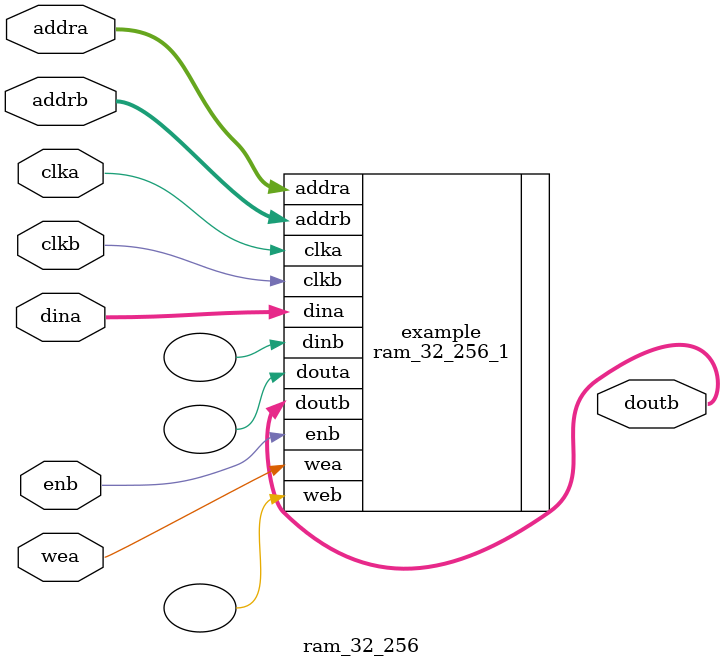
<source format=v>
`timescale 1ns / 1ps


module ram_32_256(
    input wire [7 : 0] addra,
    input wire [7 : 0] addrb,
    input wire clka,
    input wire clkb,
    input wire [31 : 0] dina,
    output wire [31 : 0] doutb,
    input wire enb,
    input wire wea
    );


ram_32_256_1 example (
  .clka(clka),    // input wire clka
  .wea(wea),      // input wire [0 : 0] wea
  .addra(addra),  // input wire [7 : 0] addra
  .dina(dina),    // input wire [31 : 0] dina
  .douta(),  // output wire [31 : 0] douta
  .clkb(clkb),    // input wire clkb
  .enb(enb),      // input wire enb
  .web(),      // input wire [0 : 0] web
  .addrb(addrb),  // input wire [7 : 0] addrb
  .dinb(),    // input wire [31 : 0] dinb
  .doutb(doutb)  // output wire [31 : 0] doutb
);
    
endmodule

</source>
